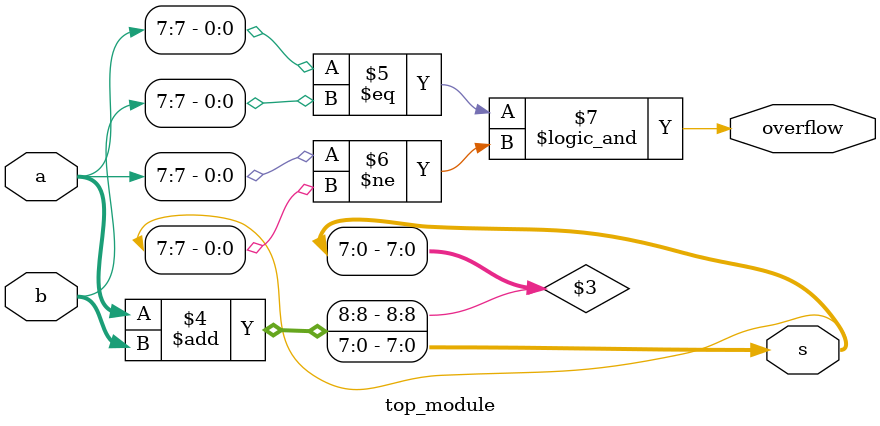
<source format=sv>
module top_module (
  input [7:0] a,
  input [7:0] b,
  output reg [7:0] s,
  output reg overflow
);

  always @* begin
    wire [8:0] sum;
    sum = a + b;
    s = sum[7:0];
    overflow = (a[7] == b[7] && a[7] != sum[7]);
  end

endmodule

</source>
